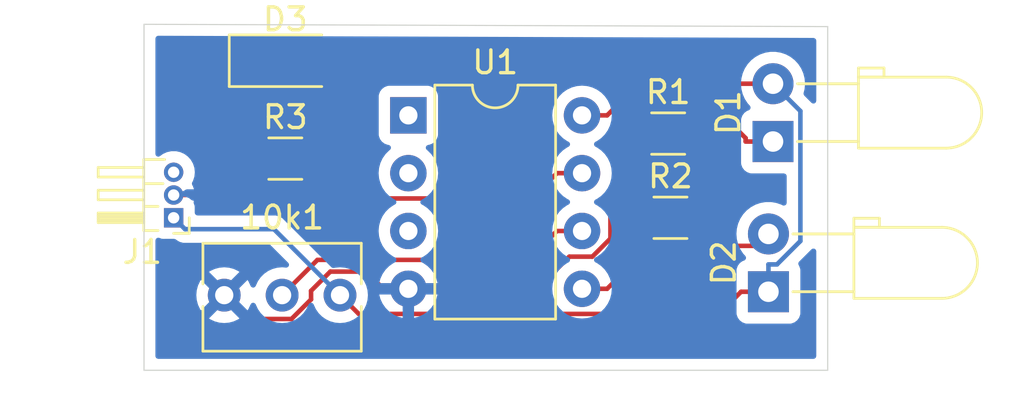
<source format=kicad_pcb>
(kicad_pcb (version 20240108) (generator "pcbnew") (generator_version "8.0")
  (layers (0 "F.Cu" signal) (31 "B.Cu" signal) (34 "B.Paste" user) (35 "F.Paste" user) (36 "B.SilkS" user "B.Silkscreen") (37 "F.SilkS" user "F.Silkscreen") (38 "B.Mask" user) (39 "F.Mask" user) (44 "Edge.Cuts" user))
  (net 0 "")
  (net 1 "GND")
  (net 2 "Net-(U1B--)")
  (net 3 "+5V")
  (net 4 "Net-(D1-K)")
  (net 5 "Net-(D2-A)")
  (net 6 "Output")
  (net 7 "OUT")
  (net 8 "Net-(R3-Pad1)")
  (footprint "LED_SMD:LED_1206_3216Metric_Pad1.42x1.75mm_HandSolder" (layer "F.Cu") (at 136.3 71.5)
    (property "Reference" "D3" (at 0 -1.82 0) (layer "F.SilkS"))
    (property "Value" "LED")
    (fp_line (start -2.46 -1.135) (end -2.46 1.135) (stroke (width 0.12)) (layer "F.SilkS"))
    (fp_line (start -2.46 1.135) (end 1.6 1.135) (stroke (width 0.12)) (layer "F.SilkS"))
    (fp_line (start 1.6 -1.135) (end -2.46 -1.135) (stroke (width 0.12)) (layer "F.SilkS"))
    (pad "1" smd roundrect (at -1.4875 0) (size 1.425 1.75) (layers "F.Cu" "F.Paste" "F.Mask") (roundrect_rratio 0.175439) (net 1 "GND"))
    (pad "2" smd roundrect (at 1.4875 0) (size 1.425 1.75) (layers "F.Cu" "F.Paste" "F.Mask") (roundrect_rratio 0.175439) (net 6 "Output"))
  )
  (footprint "Resistor_SMD:R_1206_3216Metric" (layer "F.Cu") (at 153.1 74.7)
    (property "Reference" "R1" (at 0 -1.82 0) (layer "F.SilkS"))
    (property "Value" "100")
    (fp_line (start -0.727064 -0.91) (end 0.727064 -0.91) (stroke (width 0.12)) (layer "F.SilkS"))
    (fp_line (start -0.727064 0.91) (end 0.727064 0.91) (stroke (width 0.12)) (layer "F.SilkS"))
    (pad "1" smd roundrect (at -1.4625 0) (size 1.125 1.75) (layers "F.Cu" "F.Paste" "F.Mask") (roundrect_rratio 0.222222) (net 4 "Net-(D1-K)"))
    (pad "2" smd roundrect (at 1.4625 0) (size 1.125 1.75) (layers "F.Cu" "F.Paste" "F.Mask") (roundrect_rratio 0.222222) (net 1 "GND"))
  )
  (footprint "Potentiometer_THT:Potentiometer_Bourns_3266Y_Vertical" (layer "F.Cu") (at 138.7 81.8)
    (property "Reference" "10k1" (at -2.54 -3.41 0) (layer "F.SilkS"))
    (property "Value" "R_Potentiometer")
    (fp_line (start -6.015 -2.28) (end -6.015 -0.494) (stroke (width 0.12)) (layer "F.SilkS"))
    (fp_line (start -6.015 -2.28) (end 0.935 -2.28) (stroke (width 0.12)) (layer "F.SilkS"))
    (fp_line (start -6.015 0.496) (end -6.015 2.46) (stroke (width 0.12)) (layer "F.SilkS"))
    (fp_line (start -6.015 2.46) (end 0.935 2.46) (stroke (width 0.12)) (layer "F.SilkS"))
    (fp_line (start 0.935 -2.28) (end 0.935 -0.494) (stroke (width 0.12)) (layer "F.SilkS"))
    (fp_line (start 0.935 0.496) (end 0.935 2.46) (stroke (width 0.12)) (layer "F.SilkS"))
    (pad "1" thru_hole circle (at 0 0) (size 1.44 1.44) (drill 0.8) (layers "*.Cu" "*.Mask") (net 3 "+5V"))
    (pad "2" thru_hole circle (at -2.54 0) (size 1.44 1.44) (drill 0.8) (layers "*.Cu" "*.Mask") (net 2 "Net-(U1B--)"))
    (pad "3" thru_hole circle (at -5.08 0) (size 1.44 1.44) (drill 0.8) (layers "*.Cu" "*.Mask") (net 1 "GND"))
  )
  (footprint "Package_DIP:DIP-8_W7.62mm" (layer "F.Cu") (at 141.7 73.9)
    (property "Reference" "U1" (at 3.81 -2.33 0) (layer "F.SilkS"))
    (property "Value" "LM358")
    (fp_line (start 1.16 -1.33) (end 1.16 8.95) (stroke (width 0.12)) (layer "F.SilkS"))
    (fp_line (start 1.16 8.95) (end 6.46 8.95) (stroke (width 0.12)) (layer "F.SilkS"))
    (fp_line (start 2.81 -1.33) (end 1.16 -1.33) (stroke (width 0.12)) (layer "F.SilkS"))
    (fp_line (start 6.46 -1.33) (end 4.81 -1.33) (stroke (width 0.12)) (layer "F.SilkS"))
    (fp_line (start 6.46 8.95) (end 6.46 -1.33) (stroke (width 0.12)) (layer "F.SilkS"))
    (fp_arc (start 4.81 -1.33) (mid 3.81 -0.33) (end 2.81 -1.33) (stroke (width 0.12)) (layer "F.SilkS"))
    (pad "1" thru_hole rect (at 0 0) (size 1.6 1.6) (drill 0.8) (layers "*.Cu" "*.Mask"))
    (pad "2" thru_hole oval (at 0 2.54) (size 1.6 1.6) (drill 0.8) (layers "*.Cu" "*.Mask"))
    (pad "3" thru_hole oval (at 0 5.08) (size 1.6 1.6) (drill 0.8) (layers "*.Cu" "*.Mask"))
    (pad "4" thru_hole oval (at 0 7.62) (size 1.6 1.6) (drill 0.8) (layers "*.Cu" "*.Mask") (net 1 "GND"))
    (pad "5" thru_hole oval (at 7.62 7.62) (size 1.6 1.6) (drill 0.8) (layers "*.Cu" "*.Mask") (net 5 "Net-(D2-A)"))
    (pad "6" thru_hole oval (at 7.62 5.08) (size 1.6 1.6) (drill 0.8) (layers "*.Cu" "*.Mask") (net 2 "Net-(U1B--)"))
    (pad "7" thru_hole oval (at 7.62 2.54) (size 1.6 1.6) (drill 0.8) (layers "*.Cu" "*.Mask") (net 8 "Net-(R3-Pad1)"))
    (pad "8" thru_hole oval (at 7.62 0) (size 1.6 1.6) (drill 0.8) (layers "*.Cu" "*.Mask") (net 3 "+5V"))
  )
  (footprint "Connector_PinHeader_1.00mm:PinHeader_1x03_P1.00mm_Horizontal" (layer "F.Cu") (at 131.4 78.4 180)
    (property "Reference" "J1" (at 1.375 -1.5 0) (layer "F.SilkS"))
    (property "Value" "Conn_01x03_Pin")
    (fp_line (start 3.31 2.21) (end 1.31 2.21) (stroke (width 0.12)) (layer "F.SilkS"))
    (fp_line (start 3.31 1.79) (end 3.31 2.21) (stroke (width 0.12)) (layer "F.SilkS"))
    (fp_line (start 3.31 1.21) (end 1.31 1.21) (stroke (width 0.12)) (layer "F.SilkS"))
    (fp_line (start 3.31 0.79) (end 3.31 1.21) (stroke (width 0.12)) (layer "F.SilkS"))
    (fp_line (start 3.31 0.21) (end 1.31 0.21) (stroke (width 0.12)) (layer "F.SilkS"))
    (fp_line (start 3.31 -0.21) (end 3.31 0.21) (stroke (width 0.12)) (layer "F.SilkS"))
    (fp_line (start 1.31 2.56) (end 0.394493 2.56) (stroke (width 0.12)) (layer "F.SilkS"))
    (fp_line (start 1.31 1.79) (end 3.31 1.79) (stroke (width 0.12)) (layer "F.SilkS"))
    (fp_line (start 1.31 0.79) (end 3.31 0.79) (stroke (width 0.12)) (layer "F.SilkS"))
    (fp_line (start 1.31 0.09) (end 3.31 0.09) (stroke (width 0.12)) (layer "F.SilkS"))
    (fp_line (start 1.31 -0.03) (end 3.31 -0.03) (stroke (width 0.12)) (layer "F.SilkS"))
    (fp_line (start 1.31 -0.15) (end 3.31 -0.15) (stroke (width 0.12)) (layer "F.SilkS"))
    (fp_line (start 1.31 -0.21) (end 3.31 -0.21) (stroke (width 0.12)) (layer "F.SilkS"))
    (fp_line (start 1.31 -0.56) (end 1.31 2.56) (stroke (width 0.12)) (layer "F.SilkS"))
    (fp_line (start 0.685 0.5) (end 1.31 0.5) (stroke (width 0.12)) (layer "F.SilkS"))
    (fp_line (start 0.685 -0.56) (end 1.31 -0.56) (stroke (width 0.12)) (layer "F.SilkS"))
    (fp_line (start 0.468215 1.5) (end 1.31 1.5) (stroke (width 0.12)) (layer "F.SilkS"))
    (fp_line (start -0.685 0) (end -0.685 -0.685) (stroke (width 0.12)) (layer "F.SilkS"))
    (fp_line (start -0.685 -0.685) (end 0 -0.685) (stroke (width 0.12)) (layer "F.SilkS"))
    (pad "1" thru_hole rect (at 0 0 180) (size 0.85 0.85) (drill 0.5) (layers "*.Cu" "*.Mask") (net 3 "+5V"))
    (pad "2" thru_hole oval (at 0 1 180) (size 0.85 0.85) (drill 0.5) (layers "*.Cu" "*.Mask") (net 1 "GND"))
    (pad "3" thru_hole oval (at 0 2 180) (size 0.85 0.85) (drill 0.5) (layers "*.Cu" "*.Mask") (net 7 "OUT"))
  )
  (footprint "LED_THT:LED_D3.0mm_Horizontal_O3.81mm_Z10.0mm" (layer "F.Cu") (at 157.5 81.65 90)
    (property "Reference" "D2" (at 1.27 -1.96 90) (layer "F.SilkS"))
    (property "Value" "LED")
    (fp_line (start 2.54 1.08) (end 2.54 1.08) (stroke (width 0.12)) (layer "F.SilkS"))
    (fp_line (start 2.54 1.08) (end 2.54 3.75) (stroke (width 0.12)) (layer "F.SilkS"))
    (fp_line (start 0 1.08) (end 0 1.08) (stroke (width 0.12)) (layer "F.SilkS"))
    (fp_line (start 0 1.08) (end 0 3.75) (stroke (width 0.12)) (layer "F.SilkS"))
    (fp_line (start 3.23 3.75) (end 3.23 4.87) (stroke (width 0.12)) (layer "F.SilkS"))
    (fp_line (start 2.83 3.75) (end 3.23 3.75) (stroke (width 0.12)) (layer "F.SilkS"))
    (fp_line (start 2.83 3.75) (end 2.83 7.61) (stroke (width 0.12)) (layer "F.SilkS"))
    (fp_line (start 2.54 3.75) (end 2.54 1.08) (stroke (width 0.12)) (layer "F.SilkS"))
    (fp_line (start 2.54 3.75) (end 2.54 3.75) (stroke (width 0.12)) (layer "F.SilkS"))
    (fp_line (start 0 3.75) (end 0 1.08) (stroke (width 0.12)) (layer "F.SilkS"))
    (fp_line (start 0 3.75) (end 0 3.75) (stroke (width 0.12)) (layer "F.SilkS"))
    (fp_line (start -0.29 3.75) (end 2.83 3.75) (stroke (width 0.12)) (layer "F.SilkS"))
    (fp_line (start -0.29 3.75) (end -0.29 7.61) (stroke (width 0.12)) (layer "F.SilkS"))
    (fp_line (start 3.23 4.87) (end 2.83 4.87) (stroke (width 0.12)) (layer "F.SilkS"))
    (fp_line (start 2.83 4.87) (end 2.83 3.75) (stroke (width 0.12)) (layer "F.SilkS"))
    (fp_arc (start 2.83 7.61) (mid 1.27 9.17) (end -0.29 7.61) (stroke (width 0.12)) (layer "F.SilkS"))
    (pad "1" thru_hole rect (at 0 0 90) (size 1.8 1.8) (drill 0.9) (layers "*.Cu" "*.Mask") (net 3 "+5V"))
    (pad "2" thru_hole circle (at 2.54 0 90) (size 1.8 1.8) (drill 0.9) (layers "*.Cu" "*.Mask") (net 5 "Net-(D2-A)"))
  )
  (footprint "LED_THT:LED_D3.0mm_Horizontal_O3.81mm_Z10.0mm" (layer "F.Cu") (at 157.7 75.05 90)
    (property "Reference" "D1" (at 1.27 -1.96 90) (layer "F.SilkS"))
    (property "Value" "LED")
    (fp_line (start 2.54 1.08) (end 2.54 1.08) (stroke (width 0.12)) (layer "F.SilkS"))
    (fp_line (start 2.54 1.08) (end 2.54 3.75) (stroke (width 0.12)) (layer "F.SilkS"))
    (fp_line (start 0 1.08) (end 0 1.08) (stroke (width 0.12)) (layer "F.SilkS"))
    (fp_line (start 0 1.08) (end 0 3.75) (stroke (width 0.12)) (layer "F.SilkS"))
    (fp_line (start 3.23 3.75) (end 3.23 4.87) (stroke (width 0.12)) (layer "F.SilkS"))
    (fp_line (start 2.83 3.75) (end 3.23 3.75) (stroke (width 0.12)) (layer "F.SilkS"))
    (fp_line (start 2.83 3.75) (end 2.83 7.61) (stroke (width 0.12)) (layer "F.SilkS"))
    (fp_line (start 2.54 3.75) (end 2.54 1.08) (stroke (width 0.12)) (layer "F.SilkS"))
    (fp_line (start 2.54 3.75) (end 2.54 3.75) (stroke (width 0.12)) (layer "F.SilkS"))
    (fp_line (start 0 3.75) (end 0 1.08) (stroke (width 0.12)) (layer "F.SilkS"))
    (fp_line (start 0 3.75) (end 0 3.75) (stroke (width 0.12)) (layer "F.SilkS"))
    (fp_line (start -0.29 3.75) (end 2.83 3.75) (stroke (width 0.12)) (layer "F.SilkS"))
    (fp_line (start -0.29 3.75) (end -0.29 7.61) (stroke (width 0.12)) (layer "F.SilkS"))
    (fp_line (start 3.23 4.87) (end 2.83 4.87) (stroke (width 0.12)) (layer "F.SilkS"))
    (fp_line (start 2.83 4.87) (end 2.83 3.75) (stroke (width 0.12)) (layer "F.SilkS"))
    (fp_arc (start 2.83 7.61) (mid 1.27 9.17) (end -0.29 7.61) (stroke (width 0.12)) (layer "F.SilkS"))
    (pad "1" thru_hole rect (at 0 0 90) (size 1.8 1.8) (drill 0.9) (layers "*.Cu" "*.Mask") (net 4 "Net-(D1-K)"))
    (pad "2" thru_hole circle (at 2.54 0 90) (size 1.8 1.8) (drill 0.9) (layers "*.Cu" "*.Mask") (net 3 "+5V"))
  )
  (footprint "Resistor_SMD:R_1206_3216Metric" (layer "F.Cu") (at 153.2 78.4)
    (property "Reference" "R2" (at 0 -1.82 0) (layer "F.SilkS"))
    (property "Value" "10k")
    (fp_line (start -0.727064 -0.91) (end 0.727064 -0.91) (stroke (width 0.12)) (layer "F.SilkS"))
    (fp_line (start -0.727064 0.91) (end 0.727064 0.91) (stroke (width 0.12)) (layer "F.SilkS"))
    (pad "1" smd roundrect (at -1.4625 0) (size 1.125 1.75) (layers "F.Cu" "F.Paste" "F.Mask") (roundrect_rratio 0.222222) (net 5 "Net-(D2-A)"))
    (pad "2" smd roundrect (at 1.4625 0) (size 1.125 1.75) (layers "F.Cu" "F.Paste" "F.Mask") (roundrect_rratio 0.222222) (net 1 "GND"))
  )
  (footprint "Resistor_SMD:R_1206_3216Metric" (layer "F.Cu") (at 136.3 75.8)
    (property "Reference" "R3" (at 0 -1.82 0) (layer "F.SilkS"))
    (property "Value" "330")
    (fp_line (start -0.727064 -0.91) (end 0.727064 -0.91) (stroke (width 0.12)) (layer "F.SilkS"))
    (fp_line (start -0.727064 0.91) (end 0.727064 0.91) (stroke (width 0.12)) (layer "F.SilkS"))
    (pad "1" smd roundrect (at -1.4625 0) (size 1.125 1.75) (layers "F.Cu" "F.Paste" "F.Mask") (roundrect_rratio 0.222222) (net 8 "Net-(R3-Pad1)"))
    (pad "2" smd roundrect (at 1.4625 0) (size 1.125 1.75) (layers "F.Cu" "F.Paste" "F.Mask") (roundrect_rratio 0.222222) (net 6 "Output"))
  )
  (gr_line (start 130.1 85.1) (end 130.1 69.9) (stroke (width 0.05)) (layer "Edge.Cuts"))
  (gr_line (start 160.1 70) (end 160.1 85.1) (stroke (width 0.05)) (layer "Edge.Cuts"))
  (gr_line (start 160.1 85.1) (end 130.1 85.1) (stroke (width 0.05)) (layer "Edge.Cuts"))
  (gr_line (start 130.1 69.9) (end 160.1 70) (stroke (width 0.05)) (layer "Edge.Cuts"))
  (segment (start 154.5625 77.1782) (end 151.2381 77.1782) (width 0.2) (layer "F.Cu") (net 1))
  (segment (start 139.8436 80.7653) (end 138.2743 80.7653) (width 0.2) (layer "F.Cu") (net 1))
  (segment (start 148.7615 80.1084) (end 147.3499 81.52) (width 0.2) (layer "F.Cu") (net 1))
  (segment (start 150.5661 79.3134) (end 149.7711 80.1084) (width 0.2) (layer "F.Cu") (net 1))
  (segment (start 154.5625 78.3) (end 154.6625 78.4) (width 0.2) (layer "F.Cu") (net 1))
  (segment (start 141.7 81.52) (end 140.5983 81.52) (width 0.2) (layer "F.Cu") (net 1))
  (segment (start 151.2381 77.1782) (end 150.5661 77.8502) (width 0.2) (layer "F.Cu") (net 1))
  (segment (start 154.5625 77.1782) (end 154.5625 78.3) (width 0.2) (layer "F.Cu") (net 1))
  (segment (start 136.5709 82.8465) (end 134.6665 82.8465) (width 0.2) (layer "F.Cu") (net 1))
  (segment (start 138.2743 80.7653) (end 137.43 81.6096) (width 0.2) (layer "F.Cu") (net 1))
  (segment (start 147.3499 81.52) (end 141.7 81.52) (width 0.2) (layer "F.Cu") (net 1))
  (segment (start 134.6665 82.8465) (end 133.62 81.8) (width 0.2) (layer "F.Cu") (net 1))
  (segment (start 137.43 81.6096) (end 137.43 81.9874) (width 0.2) (layer "F.Cu") (net 1))
  (segment (start 132.6 73.7125) (end 132.6 77.4) (width 0.2) (layer "F.Cu") (net 1))
  (segment (start 137.43 81.9874) (end 136.5709 82.8465) (width 0.2) (layer "F.Cu") (net 1))
  (segment (start 132.6 77.4) (end 131.4 77.4) (width 0.2) (layer "F.Cu") (net 1))
  (segment (start 134.8125 71.5) (end 132.6 73.7125) (width 0.2) (layer "F.Cu") (net 1))
  (segment (start 149.7711 80.1084) (end 148.7615 80.1084) (width 0.2) (layer "F.Cu") (net 1))
  (segment (start 140.5983 81.52) (end 139.8436 80.7653) (width 0.2) (layer "F.Cu") (net 1))
  (segment (start 154.5625 74.7) (end 154.5625 77.1782) (width 0.2) (layer "F.Cu") (net 1))
  (segment (start 150.5661 77.8502) (end 150.5661 79.3134) (width 0.2) (layer "F.Cu") (net 1))
  (segment (start 142.4021 80.2499) (end 137.7101 80.2499) (width 0.2) (layer "F.Cu") (net 2))
  (segment (start 149.32 78.98) (end 148.2183 78.98) (width 0.2) (layer "F.Cu") (net 2))
  (segment (start 148.2183 78.98) (end 146.9499 80.2484) (width 0.2) (layer "F.Cu") (net 2))
  (segment (start 142.4036 80.2484) (end 142.4021 80.2499) (width 0.2) (layer "F.Cu") (net 2))
  (segment (start 137.7101 80.2499) (end 136.16 81.8) (width 0.2) (layer "F.Cu") (net 2))
  (segment (start 146.9499 80.2484) (end 142.4036 80.2484) (width 0.2) (layer "F.Cu") (net 2))
  (segment (start 157.5 81.65) (end 156.2983 81.65) (width 0.2) (layer "F.Cu") (net 3))
  (segment (start 157.7 72.51) (end 151.8117 72.51) (width 0.2) (layer "F.Cu") (net 3))
  (segment (start 138.7 81.8) (end 139.5241 82.6241) (width 0.2) (layer "F.Cu") (net 3))
  (segment (start 155.3242 82.6241) (end 156.2983 81.65) (width 0.2) (layer "F.Cu") (net 3))
  (segment (start 151.8117 72.51) (end 150.4217 73.9) (width 0.2) (layer "F.Cu") (net 3))
  (segment (start 139.5241 82.6241) (end 155.3242 82.6241) (width 0.2) (layer "F.Cu") (net 3))
  (segment (start 149.32 73.9) (end 150.4217 73.9) (width 0.2) (layer "F.Cu") (net 3))
  (segment (start 135.8 78.9) (end 131.9 78.9) (width 0.2) (layer "B.Cu") (net 3))
  (segment (start 157.5 80.4483) (end 157.8755 80.4483) (width 0.2) (layer "B.Cu") (net 3))
  (segment (start 158.9017 73.7117) (end 157.7 72.51) (width 0.2) (layer "B.Cu") (net 3))
  (segment (start 131.9 78.9) (end 131.4 78.4) (width 0.2) (layer "B.Cu") (net 3))
  (segment (start 158.9017 79.4221) (end 158.9017 73.7117) (width 0.2) (layer "B.Cu") (net 3))
  (segment (start 157.5 81.65) (end 157.5 80.4483) (width 0.2) (layer "B.Cu") (net 3))
  (segment (start 138.7 81.8) (end 135.8 78.9) (width 0.2) (layer "B.Cu") (net 3))
  (segment (start 157.8755 80.4483) (end 158.9017 79.4221) (width 0.2) (layer "B.Cu") (net 3))
  (segment (start 156.4983 74.8998) (end 156.4983 75.05) (width 0.2) (layer "F.Cu") (net 4))
  (segment (start 152.8654 73.4721) (end 155.0706 73.4721) (width 0.2) (layer "F.Cu") (net 4))
  (segment (start 157.7 75.05) (end 156.4983 75.05) (width 0.2) (layer "F.Cu") (net 4))
  (segment (start 155.0706 73.4721) (end 156.4983 74.8998) (width 0.2) (layer "F.Cu") (net 4))
  (segment (start 151.6375 74.7) (end 152.8654 73.4721) (width 0.2) (layer "F.Cu") (net 4))
  (segment (start 151.7375 78.4) (end 152.6396 79.3021) (width 0.2) (layer "F.Cu") (net 5))
  (segment (start 152.6396 79.3021) (end 152.9718 79.6343) (width 0.2) (layer "F.Cu") (net 5))
  (segment (start 152.9718 79.6343) (end 156.9757 79.6343) (width 0.2) (layer "F.Cu") (net 5))
  (segment (start 156.9757 79.6343) (end 157.5 79.11) (width 0.2) (layer "F.Cu") (net 5))
  (segment (start 152.6396 79.3021) (end 150.4217 81.52) (width 0.2) (layer "F.Cu") (net 5))
  (segment (start 149.32 81.52) (end 150.4217 81.52) (width 0.2) (layer "F.Cu") (net 5))
  (segment (start 137.7625 71.525) (end 137.7625 75.8) (width 0.2) (layer "F.Cu") (net 6))
  (segment (start 137.7875 71.5) (end 137.7625 71.525) (width 0.2) (layer "F.Cu") (net 6))
  (segment (start 136.5887 77.5512) (end 147.1071 77.5512) (width 0.2) (layer "F.Cu") (net 8))
  (segment (start 149.32 76.44) (end 148.2183 76.44) (width 0.2) (layer "F.Cu") (net 8))
  (segment (start 147.1071 77.5512) (end 148.2183 76.44) (width 0.2) (layer "F.Cu") (net 8))
  (segment (start 134.8375 75.8) (end 136.5887 77.5512) (width 0.2) (layer "F.Cu") (net 8))
  (zone (net 1) (net_name "GND") (layer "B.Cu") (connect_pads (clearance 0.5)) (min_thickness 0.25) (fill yes (thermal_gap 0.5) (thermal_bridge_width 0.5))
    (polygon (pts (xy 130.3 69.8) (xy 160.2 69.9) (xy 160.1 85.3) (xy 130.1 85.8) (xy 130.1 69.8)))
  )
)
</source>
